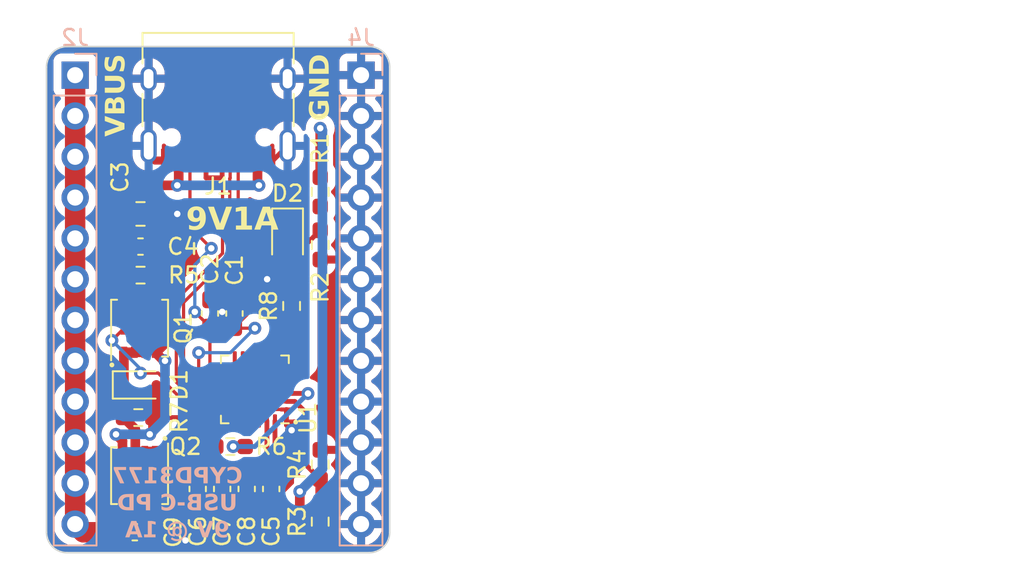
<source format=kicad_pcb>
(kicad_pcb (version 20221018) (generator pcbnew)
  (title_block (title "CYPD3177-LQXQ Evaluation Board") (date "2023-09-22") (rev "v1.7") (company "Hugo Hu"))
  (layers (0 "F.Cu" signal) (31 "B.Cu" signal) (34 "B.Paste" user) (35 "F.Paste" user) (36 "B.SilkS" user "B.Silkscreen") (37 "F.SilkS" user "F.Silkscreen") (38 "B.Mask" user) (39 "F.Mask" user) (44 "Edge.Cuts" user))
  (net 0 "")
  (net 1 "/CC1")
  (net 2 "GND")
  (net 3 "/CC2")
  (net 4 "/VBUSIN")
  (net 5 "Net-(D1-A)")
  (net 6 "Net-(U1-VCCD)")
  (net 7 "+3V3")
  (net 8 "/VBUSOUT")
  (net 9 "Net-(D1-K)")
  (net 10 "Net-(D2-A)")
  (net 13 "Net-(U1-VBUS_FET_EN)")
  (net 14 "Net-(U1-FAULT)")
  (net 24 "/D+")
  (net 25 "/D-")
  (net 26 "Net-(U1-ISNK_COARSE)")
  (net 27 "Net-(U1-VBUS_MAX)")
  (footprint "Resistor_SMD:R_0603_1608Metric_Pad0.98x0.95mm_HandSolder" (layer "F.Cu") (at 135.86 102.7735 90)
    (fp_text reference "R4" (at 0 -1.43 90) (layer "F.SilkS"))
    (fp_text value "1K")
    (fp_line (start -0.254724 -0.5225) (end 0.254724 -0.5225) (stroke (width 0.12)) (layer "F.SilkS"))
    (fp_line (start -0.254724 0.5225) (end 0.254724 0.5225) (stroke (width 0.12)) (layer "F.SilkS"))
    (pad "1" smd roundrect (at -0.9125 0 90) (size 0.975 0.95) (layers "F.Cu" "F.Paste" "F.Mask") (net 27 "Net-(U1-VBUS_MAX)"))
    (pad "2" smd roundrect (at 0.9125 0 90) (size 0.975 0.95) (layers "F.Cu" "F.Paste" "F.Mask") (net 2 "GND"))
  )
  (footprint "Resistor_SMD:R_0603_1608Metric_Pad0.98x0.95mm_HandSolder" (layer "F.Cu") (at 124.5475 99.852)
    (fp_text reference "R7" (at 2.54 0 90) (layer "F.SilkS"))
    (fp_text value "47K")
    (fp_line (start -0.254724 -0.5225) (end 0.254724 -0.5225) (stroke (width 0.12)) (layer "F.SilkS"))
    (fp_line (start -0.254724 0.5225) (end 0.254724 0.5225) (stroke (width 0.12)) (layer "F.SilkS"))
    (pad "1" smd roundrect (at -0.9125 0) (size 0.975 0.95) (layers "F.Cu" "F.Paste" "F.Mask") (net 9 "Net-(D1-K)"))
    (pad "2" smd roundrect (at 0.9125 0) (size 0.975 0.95) (layers "F.Cu" "F.Paste" "F.Mask") (net 5 "Net-(D1-A)"))
  )
  (footprint "Connector_USB:USB_C_Receptacle_HRO_TYPE-C-31-M-12" (layer "F.Cu") (at 129.51 79.81 180)
    (fp_text reference "J1" (at 0 -5.645) (layer "F.SilkS"))
    (fp_text value "USB-C Power")
    (fp_line (start -4.7 -1.9) (end -4.7 0.1) (stroke (width 0.12)) (layer "F.SilkS"))
    (fp_line (start -4.7 2) (end -4.7 3.9) (stroke (width 0.12)) (layer "F.SilkS"))
    (fp_line (start -4.7 3.9) (end 4.7 3.9) (stroke (width 0.12)) (layer "F.SilkS"))
    (fp_line (start 4.7 -1.9) (end 4.7 0.1) (stroke (width 0.12)) (layer "F.SilkS"))
    (fp_line (start 4.7 2) (end 4.7 3.9) (stroke (width 0.12)) (layer "F.SilkS"))
    (pad "" np_thru_hole circle (at -2.89 -2.6 180) (size 0.65 0.65) (drill 0.65) (layers "*.Cu" "*.Mask"))
    (pad "" np_thru_hole circle (at 2.89 -2.6 180) (size 0.65 0.65) (drill 0.65) (layers "*.Cu" "*.Mask"))
    (pad "A1" smd rect (at -3.25 -4.045 180) (size 0.6 1.45) (layers "F.Cu" "F.Paste" "F.Mask") (net 2 "GND"))
    (pad "A4" smd rect (at -2.45 -4.045 180) (size 0.6 1.45) (layers "F.Cu" "F.Paste" "F.Mask") (net 4 "/VBUSIN"))
    (pad "A5" smd rect (at -1.25 -4.045 180) (size 0.3 1.45) (layers "F.Cu" "F.Paste" "F.Mask") (net 1 "/CC1"))
    (pad "A6" smd rect (at -0.25 -4.045 180) (size 0.3 1.45) (layers "F.Cu" "F.Paste" "F.Mask") (net 24 "/D+"))
    (pad "A7" smd rect (at 0.25 -4.045 180) (size 0.3 1.45) (layers "F.Cu" "F.Paste" "F.Mask") (net 25 "/D-"))
    (pad "A8" smd rect (at 1.25 -4.045 180) (size 0.3 1.45) (layers "F.Cu" "F.Paste" "F.Mask"))
    (pad "A9" smd rect (at 2.45 -4.045 180) (size 0.6 1.45) (layers "F.Cu" "F.Paste" "F.Mask") (net 4 "/VBUSIN"))
    (pad "A12" smd rect (at 3.25 -4.045 180) (size 0.6 1.45) (layers "F.Cu" "F.Paste" "F.Mask") (net 2 "GND"))
    (pad "B1" smd rect (at 3.25 -4.045 180) (size 0.6 1.45) (layers "F.Cu" "F.Paste" "F.Mask") (net 2 "GND"))
    (pad "B4" smd rect (at 2.45 -4.045 180) (size 0.6 1.45) (layers "F.Cu" "F.Paste" "F.Mask") (net 4 "/VBUSIN"))
    (pad "B5" smd rect (at 1.75 -4.045 180) (size 0.3 1.45) (layers "F.Cu" "F.Paste" "F.Mask") (net 3 "/CC2"))
    (pad "B6" smd rect (at 0.75 -4.045 180) (size 0.3 1.45) (layers "F.Cu" "F.Paste" "F.Mask") (net 24 "/D+"))
    (pad "B7" smd rect (at -0.75 -4.045 180) (size 0.3 1.45) (layers "F.Cu" "F.Paste" "F.Mask") (net 25 "/D-"))
    (pad "B8" smd rect (at -1.75 -4.045 180) (size 0.3 1.45) (layers "F.Cu" "F.Paste" "F.Mask"))
    (pad "B9" smd rect (at -2.45 -4.045 180) (size 0.6 1.45) (layers "F.Cu" "F.Paste" "F.Mask") (net 4 "/VBUSIN"))
    (pad "B12" smd rect (at -3.25 -4.045 180) (size 0.6 1.45) (layers "F.Cu" "F.Paste" "F.Mask") (net 2 "GND"))
    (pad "S1" thru_hole oval (at -4.32 -3.13 180) (size 1 2.1) (drill oval 0.6 1.7) (layers "*.Cu" "*.Mask") (net 2 "GND"))
    (pad "S1" thru_hole oval (at -4.32 1.05 180) (size 1 1.6) (drill oval 0.6 1.2) (layers "*.Cu" "*.Mask") (net 2 "GND"))
    (pad "S1" thru_hole oval (at 4.32 -3.13 180) (size 1 2.1) (drill oval 0.6 1.7) (layers "*.Cu" "*.Mask") (net 2 "GND"))
    (pad "S1" thru_hole oval (at 4.32 1.05 180) (size 1 1.6) (drill oval 0.6 1.2) (layers "*.Cu" "*.Mask") (net 2 "GND"))
  )
  (footprint "Capacitor_SMD:C_0603_1608Metric_Pad1.08x0.95mm_HandSolder" (layer "F.Cu") (at 129.764 104.2945 -90)
    (fp_text reference "C7" (at 2.6405 0 90) (layer "F.SilkS"))
    (fp_text value "0.1uF")
    (fp_line (start -0.146267 -0.51) (end 0.146267 -0.51) (stroke (width 0.12)) (layer "F.SilkS"))
    (fp_line (start -0.146267 0.51) (end 0.146267 0.51) (stroke (width 0.12)) (layer "F.SilkS"))
    (pad "1" smd roundrect (at -0.8625 0 270) (size 1.075 0.95) (layers "F.Cu" "F.Paste" "F.Mask") (net 7 "+3V3"))
    (pad "2" smd roundrect (at 0.8625 0 270) (size 1.075 0.95) (layers "F.Cu" "F.Paste" "F.Mask") (net 2 "GND"))
  )
  (footprint "Capacitor_SMD:C_0603_1608Metric_Pad1.08x0.95mm_HandSolder" (layer "F.Cu") (at 124.3295 106.988)
    (fp_text reference "C9" (at 2.3865 0 90) (layer "F.SilkS"))
    (fp_text value "1uF")
    (fp_line (start -0.146267 -0.51) (end 0.146267 -0.51) (stroke (width 0.12)) (layer "F.SilkS"))
    (fp_line (start -0.146267 0.51) (end 0.146267 0.51) (stroke (width 0.12)) (layer "F.SilkS"))
    (pad "1" smd roundrect (at -0.8625 0) (size 1.075 0.95) (layers "F.Cu" "F.Paste" "F.Mask") (net 8 "/VBUSOUT"))
    (pad "2" smd roundrect (at 0.8625 0) (size 1.075 0.95) (layers "F.Cu" "F.Paste" "F.Mask") (net 2 "GND"))
  )
  (footprint "Resistor_SMD:R_0603_1608Metric_Pad0.98x0.95mm_HandSolder" (layer "F.Cu") (at 135.86 106.3295 90)
    (fp_text reference "R3" (at 0 -1.43 90) (layer "F.SilkS"))
    (fp_text value "5.1K")
    (fp_line (start -0.254724 -0.5225) (end 0.254724 -0.5225) (stroke (width 0.12)) (layer "F.SilkS"))
    (fp_line (start -0.254724 0.5225) (end 0.254724 0.5225) (stroke (width 0.12)) (layer "F.SilkS"))
    (pad "1" smd roundrect (at -0.9125 0 90) (size 0.975 0.95) (layers "F.Cu" "F.Paste" "F.Mask") (net 7 "+3V3"))
    (pad "2" smd roundrect (at 0.9125 0 90) (size 0.975 0.95) (layers "F.Cu" "F.Paste" "F.Mask") (net 27 "Net-(U1-VBUS_MAX)"))
  )
  (footprint "Capacitor_SMD:C_0603_1608Metric_Pad1.08x0.95mm_HandSolder" (layer "F.Cu") (at 128.24 104.2945 -90)
    (fp_text reference "C6" (at 2.6405 0 90) (layer "F.SilkS"))
    (fp_text value "1uF")
    (fp_line (start -0.146267 -0.51) (end 0.146267 -0.51) (stroke (width 0.12)) (layer "F.SilkS"))
    (fp_line (start -0.146267 0.51) (end 0.146267 0.51) (stroke (width 0.12)) (layer "F.SilkS"))
    (pad "1" smd roundrect (at -0.8625 0 270) (size 1.075 0.95) (layers "F.Cu" "F.Paste" "F.Mask") (net 7 "+3V3"))
    (pad "2" smd roundrect (at 0.8625 0 270) (size 1.075 0.95) (layers "F.Cu" "F.Paste" "F.Mask") (net 2 "GND"))
  )
  (footprint "Package_SON:Diodes_PowerDI3333-8" (layer "F.Cu") (at 124.627 103.464 -90)
    (fp_text reference "Q2" (at -1.81 -2.851) (layer "F.SilkS"))
    (fp_text value "DMP3013SFV")
    (fp_line (start -1.77 1.77) (end -1.77 1.4) (stroke (width 0.12)) (layer "F.SilkS"))
    (fp_line (start -1.77 1.77) (end 1.77 1.77) (stroke (width 0.12)) (layer "F.SilkS"))
    (fp_line (start 1.77 -1.77) (end -2 -1.77) (stroke (width 0.12)) (layer "F.SilkS"))
    (fp_line (start 1.77 -1.77) (end 1.77 -1.4) (stroke (width 0.12)) (layer "F.SilkS"))
    (fp_line (start 1.77 1.77) (end 1.77 1.4) (stroke (width 0.12)) (layer "F.SilkS"))
    (pad "1" smd rect (at -1.5 -0.975 270) (size 0.7 0.42) (layers "F.Cu" "F.Paste" "F.Mask") (net 9 "Net-(D1-K)"))
    (pad "2" smd rect (at -1.5 -0.325 270) (size 0.7 0.42) (layers "F.Cu" "F.Paste" "F.Mask") (net 9 "Net-(D1-K)"))
    (pad "3" smd rect (at -1.5 0.325 270) (size 0.7 0.42) (layers "F.Cu" "F.Paste" "F.Mask") (net 9 "Net-(D1-K)"))
    (pad "4" smd rect (at -1.5 0.975 270) (size 0.7 0.42) (layers "F.Cu" "F.Paste" "F.Mask") (net 5 "Net-(D1-A)"))
    (pad "5" smd custom (at 0.455 0 270) (size 1.71 2.37) (layers "F.Cu" "F.Mask") (net 8 "/VBUSOUT") (options (clearance outline) (anchor rect)) (primitives (gr_poly (pts (xy 1.395 1.185) (xy 0.855 1.185) (xy 0.855 0.765) (xy 1.395 0.765)) (width 0) (fill yes)) (gr_poly (pts (xy 1.395 0.535) (xy 0.855 0.535) (xy 0.855 0.115) (xy 1.395 0.115)) (width 0) (fill yes)) (gr_poly (pts (xy 1.395 -0.115) (xy 0.855 -0.115) (xy 0.855 -0.535) (xy 1.395 -0.535)) (width 0) (fill yes)) (gr_poly (pts (xy 1.395 -0.765) (xy 0.855 -0.765) (xy 0.855 -1.185) (xy 1.395 -1.185)) (width 0) (fill yes))))
  )
  (footprint "Package_DFN_QFN:QFN-24-1EP_4x4mm_P0.5mm_EP2.7x2.7mm" (layer "F.Cu") (at 131.796 98.098 180)
    (fp_text reference "U1" (at -3.302 -1.778 270) (layer "F.SilkS"))
    (fp_text value "CYPD3177")
    (fp_line (start -2.11 2.11) (end -2.11 1.635) (stroke (width 0.12)) (layer "F.SilkS"))
    (fp_line (start -1.635 -2.11) (end -2.11 -2.11) (stroke (width 0.12)) (layer "F.SilkS"))
    (fp_line (start -1.635 2.11) (end -2.11 2.11) (stroke (width 0.12)) (layer "F.SilkS"))
    (fp_line (start 1.635 -2.11) (end 2.11 -2.11) (stroke (width 0.12)) (layer "F.SilkS"))
    (fp_line (start 1.635 2.11) (end 2.11 2.11) (stroke (width 0.12)) (layer "F.SilkS"))
    (fp_line (start 2.11 -2.11) (end 2.11 -1.635) (stroke (width 0.12)) (layer "F.SilkS"))
    (fp_line (start 2.11 2.11) (end 2.11 1.635) (stroke (width 0.12)) (layer "F.SilkS"))
    (pad "1" smd roundrect (at -1.9625 -1.25 180) (size 0.825 0.25) (layers "F.Cu" "F.Paste" "F.Mask") (net 2 "GND"))
    (pad "2" smd roundrect (at -1.9625 -0.75 180) (size 0.825 0.25) (layers "F.Cu" "F.Paste" "F.Mask") (net 27 "Net-(U1-VBUS_MAX)"))
    (pad "3" smd roundrect (at -1.9625 -0.25 180) (size 0.825 0.25) (layers "F.Cu" "F.Paste" "F.Mask") (net 13 "Net-(U1-VBUS_FET_EN)"))
    (pad "4" smd roundrect (at -1.9625 0.25 180) (size 0.825 0.25) (layers "F.Cu" "F.Paste" "F.Mask"))
    (pad "5" smd roundrect (at -1.9625 0.75 180) (size 0.825 0.25) (layers "F.Cu" "F.Paste" "F.Mask") (net 26 "Net-(U1-ISNK_COARSE)"))
    (pad "6" smd roundrect (at -1.9625 1.25 180) (size 0.825 0.25) (layers "F.Cu" "F.Paste" "F.Mask") (net 2 "GND"))
    (pad "7" smd roundrect (at -1.25 1.9625 180) (size 0.25 0.825) (layers "F.Cu" "F.Paste" "F.Mask"))
    (pad "8" smd roundrect (at -0.75 1.9625 180) (size 0.25 0.825) (layers "F.Cu" "F.Paste" "F.Mask"))
    (pad "9" smd roundrect (at -0.25 1.9625 180) (size 0.25 0.825) (layers "F.Cu" "F.Paste" "F.Mask") (net 14 "Net-(U1-FAULT)"))
    (pad "10" smd roundrect (at 0.25 1.9625 180) (size 0.25 0.825) (layers "F.Cu" "F.Paste" "F.Mask"))
    (pad "11" smd roundrect (at 0.75 1.9625 180) (size 0.25 0.825) (layers "F.Cu" "F.Paste" "F.Mask"))
    (pad "12" smd roundrect (at 1.25 1.9625 180) (size 0.25 0.825) (layers "F.Cu" "F.Paste" "F.Mask"))
    (pad "13" smd roundrect (at 1.9625 1.25 180) (size 0.825 0.25) (layers "F.Cu" "F.Paste" "F.Mask"))
    (pad "14" smd roundrect (at 1.9625 0.75 180) (size 0.825 0.25) (layers "F.Cu" "F.Paste" "F.Mask") (net 3 "/CC2"))
    (pad "15" smd roundrect (at 1.9625 0.25 180) (size 0.825 0.25) (layers "F.Cu" "F.Paste" "F.Mask") (net 1 "/CC1"))
    (pad "16" smd roundrect (at 1.9625 -0.25 180) (size 0.825 0.25) (layers "F.Cu" "F.Paste" "F.Mask") (net 25 "/D-"))
    (pad "17" smd roundrect (at 1.9625 -0.75 180) (size 0.825 0.25) (layers "F.Cu" "F.Paste" "F.Mask") (net 24 "/D+"))
    (pad "18" smd roundrect (at 1.9625 -1.25 180) (size 0.825 0.25) (layers "F.Cu" "F.Paste" "F.Mask") (net 4 "/VBUSIN"))
    (pad "19" smd roundrect (at 1.25 -1.9625 180) (size 0.25 0.825) (layers "F.Cu" "F.Paste" "F.Mask") (net 2 "GND"))
    (pad "20" smd roundrect (at 0.75 -1.9625 180) (size 0.25 0.825) (layers "F.Cu" "F.Paste" "F.Mask"))
    (pad "21" smd roundrect (at 0.25 -1.9625 180) (size 0.25 0.825) (layers "F.Cu" "F.Paste" "F.Mask"))
    (pad "22" smd roundrect (at -0.25 -1.9625 180) (size 0.25 0.825) (layers "F.Cu" "F.Paste" "F.Mask") (net 2 "GND"))
    (pad "23" smd roundrect (at -0.75 -1.9625 180) (size 0.25 0.825) (layers "F.Cu" "F.Paste" "F.Mask") (net 7 "+3V3"))
    (pad "24" smd roundrect (at -1.25 -1.9625 180) (size 0.25 0.825) (layers "F.Cu" "F.Paste" "F.Mask") (net 6 "Net-(U1-VCCD)"))
    (pad "25" smd rect (at 0 0 180) (size 2.7 2.7) (layers "F.Cu" "F.Mask") (net 2 "GND"))
  )
  (footprint "Capacitor_SMD:C_0603_1608Metric_Pad1.08x0.95mm_HandSolder" (layer "F.Cu") (at 132.812 104.2945 -90)
    (fp_text reference "C5" (at 2.6405 0 90) (layer "F.SilkS"))
    (fp_text value "1uF")
    (fp_line (start -0.146267 -0.51) (end 0.146267 -0.51) (stroke (width 0.12)) (layer "F.SilkS"))
    (fp_line (start -0.146267 0.51) (end 0.146267 0.51) (stroke (width 0.12)) (layer "F.SilkS"))
    (pad "1" smd roundrect (at -0.8625 0 270) (size 1.075 0.95) (layers "F.Cu" "F.Paste" "F.Mask") (net 6 "Net-(U1-VCCD)"))
    (pad "2" smd roundrect (at 0.8625 0 270) (size 1.075 0.95) (layers "F.Cu" "F.Paste" "F.Mask") (net 2 "GND"))
  )
  (footprint "Diode_SMD:D_SOD-323F" (layer "F.Cu") (at 124.571 97.82)
    (fp_text reference "D1" (at 2.5165 0 90) (layer "F.SilkS"))
    (fp_text value "15V")
    (fp_line (start -1.61 -0.85) (end -1.61 0.85) (stroke (width 0.12)) (layer "F.SilkS"))
    (fp_line (start -1.61 -0.85) (end 1.05 -0.85) (stroke (width 0.12)) (layer "F.SilkS"))
    (fp_line (start -1.61 0.85) (end 1.05 0.85) (stroke (width 0.12)) (layer "F.SilkS"))
    (pad "1" smd roundrect (at -1.1 0) (size 0.5 0.5) (layers "F.Cu" "F.Paste" "F.Mask") (net 9 "Net-(D1-K)"))
    (pad "2" smd roundrect (at 1.1 0) (size 0.5 0.5) (layers "F.Cu" "F.Paste" "F.Mask") (net 5 "Net-(D1-A)"))
  )
  (footprint "Resistor_SMD:R_0603_1608Metric_Pad0.98x0.95mm_HandSolder" (layer "F.Cu") (at 130.272 101.654)
    (fp_text reference "R6" (at 2.54 0) (layer "F.SilkS"))
    (fp_text value "1K")
    (fp_line (start -0.254724 -0.5225) (end 0.254724 -0.5225) (stroke (width 0.12)) (layer "F.SilkS"))
    (fp_line (start -0.254724 0.5225) (end 0.254724 0.5225) (stroke (width 0.12)) (layer "F.SilkS"))
    (pad "1" smd roundrect (at -0.9125 0) (size 0.975 0.95) (layers "F.Cu" "F.Paste" "F.Mask") (net 5 "Net-(D1-A)"))
    (pad "2" smd roundrect (at 0.9125 0) (size 0.975 0.95) (layers "F.Cu" "F.Paste" "F.Mask") (net 13 "Net-(U1-VBUS_FET_EN)"))
  )
  (footprint "Resistor_SMD:R_0603_1608Metric_Pad0.98x0.95mm_HandSolder" (layer "F.Cu") (at 135.86 89.1045 -90)
    (fp_text reference "R2" (at 2.6435 0 90) (layer "F.SilkS"))
    (fp_text value "1K")
    (fp_line (start -0.254724 -0.5225) (end 0.254724 -0.5225) (stroke (width 0.12)) (layer "F.SilkS"))
    (fp_line (start -0.254724 0.5225) (end 0.254724 0.5225) (stroke (width 0.12)) (layer "F.SilkS"))
    (pad "1" smd roundrect (at -0.9125 0 270) (size 0.975 0.95) (layers "F.Cu" "F.Paste" "F.Mask") (net 26 "Net-(U1-ISNK_COARSE)"))
    (pad "2" smd roundrect (at 0.9125 0 270) (size 0.975 0.95) (layers "F.Cu" "F.Paste" "F.Mask") (net 2 "GND"))
  )
  (footprint "Capacitor_SMD:C_0603_1608Metric_Pad1.08x0.95mm_HandSolder" (layer "F.Cu") (at 130.526 93.3725 90)
    (fp_text reference "C1" (at 2.6935 0 90) (layer "F.SilkS"))
    (fp_text value "390pF")
    (fp_line (start -0.146267 -0.51) (end 0.146267 -0.51) (stroke (width 0.12)) (layer "F.SilkS"))
    (fp_line (start -0.146267 0.51) (end 0.146267 0.51) (stroke (width 0.12)) (layer "F.SilkS"))
    (pad "1" smd roundrect (at -0.8625 0 90) (size 1.075 0.95) (layers "F.Cu" "F.Paste" "F.Mask") (net 1 "/CC1"))
    (pad "2" smd roundrect (at 0.8625 0 90) (size 1.075 0.95) (layers "F.Cu" "F.Paste" "F.Mask") (net 2 "GND"))
  )
  (footprint "LED_SMD:LED_0805_2012Metric_Pad1.15x1.40mm_HandSolder" (layer "F.Cu") (at 133.828 88.7 -90)
    (fp_text reference "D2" (at -2.803 0 -180) (layer "F.SilkS"))
    (fp_text value "LED_Small")
    (fp_line (start -1.86 -0.96) (end -1.86 0.96) (stroke (width 0.12)) (layer "F.SilkS"))
    (fp_line (start -1.86 0.96) (end 1 0.96) (stroke (width 0.12)) (layer "F.SilkS"))
    (fp_line (start 1 -0.96) (end -1.86 -0.96) (stroke (width 0.12)) (layer "F.SilkS"))
    (pad "1" smd roundrect (at -1.025 0 270) (size 1.15 1.4) (layers "F.Cu" "F.Paste" "F.Mask") (roundrect_rratio 0.2173913043) (net 2 "GND"))
    (pad "2" smd roundrect (at 1.025 0 270) (size 1.15 1.4) (layers "F.Cu" "F.Paste" "F.Mask") (roundrect_rratio 0.2173913043) (net 10 "Net-(D2-A)"))
  )
  (footprint "Resistor_SMD:R_0603_1608Metric_Pad0.98x0.95mm_HandSolder" (layer "F.Cu") (at 134.082 92.9055 90)
    (fp_text reference "R8" (at 0 -1.43 90) (layer "F.SilkS"))
    (fp_text value "2K4")
    (fp_line (start -0.254724 -0.5225) (end 0.254724 -0.5225) (stroke (width 0.12)) (layer "F.SilkS"))
    (fp_line (start -0.254724 0.5225) (end 0.254724 0.5225) (stroke (width 0.12)) (layer "F.SilkS"))
    (pad "1" smd roundrect (at -0.9125 0 90) (size 0.975 0.95) (layers "F.Cu" "F.Paste" "F.Mask") (net 14 "Net-(U1-FAULT)"))
    (pad "2" smd roundrect (at 0.9125 0 90) (size 0.975 0.95) (layers "F.Cu" "F.Paste" "F.Mask") (net 10 "Net-(D2-A)"))
  )
  (footprint "Resistor_SMD:R_0603_1608Metric_Pad0.98x0.95mm_HandSolder" (layer "F.Cu") (at 124.687 90.986)
    (fp_text reference "R5" (at 2.6905 0) (layer "F.SilkS"))
    (fp_text value "10K")
    (fp_line (start -0.254724 -0.5225) (end 0.254724 -0.5225) (stroke (width 0.12)) (layer "F.SilkS"))
    (fp_line (start -0.254724 0.5225) (end 0.254724 0.5225) (stroke (width 0.12)) (layer "F.SilkS"))
    (pad "1" smd roundrect (at -0.9125 0) (size 0.975 0.95) (layers "F.Cu" "F.Paste" "F.Mask") (net 4 "/VBUSIN"))
    (pad "2" smd roundrect (at 0.9125 0) (size 0.975 0.95) (layers "F.Cu" "F.Paste" "F.Mask") (net 5 "Net-(D1-A)"))
  )
  (footprint "Capacitor_SMD:C_0603_1608Metric_Pad1.08x0.95mm_HandSolder" (layer "F.Cu") (at 131.288 104.2945 -90)
    (fp_text reference "C8" (at 2.6405 0 90) (layer "F.SilkS"))
    (fp_text value "0.1uF")
    (fp_line (start -0.146267 -0.51) (end 0.146267 -0.51) (stroke (width 0.12)) (layer "F.SilkS"))
    (fp_line (start -0.146267 0.51) (end 0.146267 0.51) (stroke (width 0.12)) (layer "F.SilkS"))
    (pad "1" smd roundrect (at -0.8625 0 270) (size 1.075 0.95) (layers "F.Cu" "F.Paste" "F.Mask") (net 7 "+3V3"))
    (pad "2" smd roundrect (at 0.8625 0 270) (size 1.075 0.95) (layers "F.Cu" "F.Paste" "F.Mask") (net 2 "GND"))
  )
  (footprint "Capacitor_SMD:C_0805_2012Metric_Pad1.18x1.45mm_HandSolder" (layer "F.Cu") (at 124.684 87.176)
    (fp_text reference "C3" (at -1.27 -2.286 90) (layer "F.SilkS"))
    (fp_text value "3.3uF")
    (fp_line (start -0.261252 -0.735) (end 0.261252 -0.735) (stroke (width 0.12)) (layer "F.SilkS"))
    (fp_line (start -0.261252 0.735) (end 0.261252 0.735) (stroke (width 0.12)) (layer "F.SilkS"))
    (pad "1" smd roundrect (at -1.0375 0) (size 1.175 1.45) (layers "F.Cu" "F.Paste" "F.Mask") (roundrect_rratio 0.2127659574) (net 4 "/VBUSIN"))
    (pad "2" smd roundrect (at 1.0375 0) (size 1.175 1.45) (layers "F.Cu" "F.Paste" "F.Mask") (roundrect_rratio 0.2127659574) (net 2 "GND"))
  )
  (footprint "Resistor_SMD:R_0603_1608Metric_Pad0.98x0.95mm_HandSolder" (layer "F.Cu") (at 135.86 85.8025 -90)
    (fp_text reference "R1" (at -2.6905 0 90) (layer "F.SilkS"))
    (fp_text value "5.1K")
    (fp_line (start -0.254724 -0.5225) (end 0.254724 -0.5225) (stroke (width 0.12)) (layer "F.SilkS"))
    (fp_line (start -0.254724 0.5225) (end 0.254724 0.5225) (stroke (width 0.12)) (layer "F.SilkS"))
    (pad "1" smd roundrect (at -0.9125 0 270) (size 0.975 0.95) (layers "F.Cu" "F.Paste" "F.Mask") (net 7 "+3V3"))
    (pad "2" smd roundrect (at 0.9125 0 270) (size 0.975 0.95) (layers "F.Cu" "F.Paste" "F.Mask") (net 26 "Net-(U1-ISNK_COARSE)"))
  )
  (footprint "Capacitor_SMD:C_0603_1608Metric_Pad1.08x0.95mm_HandSolder" (layer "F.Cu") (at 129.002 93.3725 90)
    (fp_text reference "C2" (at 2.764 0 90) (layer "F.SilkS"))
    (fp_text value "390pF")
    (fp_line (start -0.146267 -0.51) (end 0.146267 -0.51) (stroke (width 0.12)) (layer "F.SilkS"))
    (fp_line (start -0.146267 0.51) (end 0.146267 0.51) (stroke (width 0.12)) (layer "F.SilkS"))
    (pad "1" smd roundrect (at -0.8625 0 90) (size 1.075 0.95) (layers "F.Cu" "F.Paste" "F.Mask") (net 3 "/CC2"))
    (pad "2" smd roundrect (at 0.8625 0 90) (size 1.075 0.95) (layers "F.Cu" "F.Paste" "F.Mask") (net 2 "GND"))
  )
  (footprint "Package_SON:Diodes_PowerDI3333-8" (layer "F.Cu") (at 124.627 94.288 90)
    (fp_text reference "Q1" (at 0 2.7145 90) (layer "F.SilkS"))
    (fp_text value "DMP3013SFV")
    (fp_line (start -1.77 1.77) (end -1.77 1.4) (stroke (width 0.12)) (layer "F.SilkS"))
    (fp_line (start -1.77 1.77) (end 1.77 1.77) (stroke (width 0.12)) (layer "F.SilkS"))
    (fp_line (start 1.77 -1.77) (end -2 -1.77) (stroke (width 0.12)) (layer "F.SilkS"))
    (fp_line (start 1.77 -1.77) (end 1.77 -1.4) (stroke (width 0.12)) (layer "F.SilkS"))
    (fp_line (start 1.77 1.77) (end 1.77 1.4) (stroke (width 0.12)) (layer "F.SilkS"))
    (pad "1" smd rect (at -1.5 -0.975 90) (size 0.7 0.42) (layers "F.Cu" "F.Paste" "F.Mask") (net 9 "Net-(D1-K)"))
    (pad "2" smd rect (at -1.5 -0.325 90) (size 0.7 0.42) (layers "F.Cu" "F.Paste" "F.Mask") (net 9 "Net-(D1-K)"))
    (pad "3" smd rect (at -1.5 0.325 90) (size 0.7 0.42) (layers "F.Cu" "F.Paste" "F.Mask") (net 9 "Net-(D1-K)"))
    (pad "4" smd rect (at -1.5 0.975 90) (size 0.7 0.42) (layers "F.Cu" "F.Paste" "F.Mask") (net 5 "Net-(D1-A)"))
    (pad "5" smd custom (at 0.455 0 90) (size 1.71 2.37) (layers "F.Cu" "F.Mask") (net 4 "/VBUSIN") (options (clearance outline) (anchor rect)) (primitives (gr_poly (pts (xy 1.395 1.185) (xy 0.855 1.185) (xy 0.855 0.765) (xy 1.395 0.765)) (width 0) (fill yes)) (gr_poly (pts (xy 1.395 0.535) (xy 0.855 0.535) (xy 0.855 0.115) (xy 1.395 0.115)) (width 0) (fill yes)) (gr_poly (pts (xy 1.395 -0.115) (xy 0.855 -0.115) (xy 0.855 -0.535) (xy 1.395 -0.535)) (width 0) (fill yes)) (gr_poly (pts (xy 1.395 -0.765) (xy 0.855 -0.765) (xy 0.855 -1.185) (xy 1.395 -1.185)) (width 0) (fill yes))))
  )
  (footprint "Capacitor_SMD:C_0603_1608Metric_Pad1.08x0.95mm_HandSolder" (layer "F.Cu") (at 124.684 89.208)
    (fp_text reference "C4" (at 2.6405 0) (layer "F.SilkS"))
    (fp_text value "1uF")
    (fp_line (start -0.146267 -0.51) (end 0.146267 -0.51) (stroke (width 0.12)) (layer "F.SilkS"))
    (fp_line (start -0.146267 0.51) (end 0.146267 0.51) (stroke (width 0.12)) (layer "F.SilkS"))
    (pad "1" smd roundrect (at -0.8625 0) (size 1.075 0.95) (layers "F.Cu" "F.Paste" "F.Mask") (net 4 "/VBUSIN"))
    (pad "2" smd roundrect (at 0.8625 0) (size 1.075 0.95) (layers "F.Cu" "F.Paste" "F.Mask") (net 5 "Net-(D1-A)"))
  )
  (footprint "Connector_PinHeader_2.54mm:PinHeader_1x12_P2.54mm_Vertical" (layer "B.Cu") (at 138.4 78.54 180)
    (fp_text reference "J4" (at 0 2.33) (layer "B.SilkS") (effects (justify mirror)))
    (fp_text value "Conn_01x12")
    (fp_line (start -1.33 -29.27) (end 1.33 -29.27) (stroke (width 0.12)) (layer "B.SilkS"))
    (fp_line (start -1.33 -1.27) (end -1.33 -29.27) (stroke (width 0.12)) (layer "B.SilkS"))
    (fp_line (start -1.33 -1.27) (end 1.33 -1.27) (stroke (width 0.12)) (layer "B.SilkS"))
    (fp_line (start -1.33 0) (end -1.33 1.33) (stroke (width 0.12)) (layer "B.SilkS"))
    (fp_line (start -1.33 1.33) (end 0 1.33) (stroke (width 0.12)) (layer "B.SilkS"))
    (fp_line (start 1.33 -1.27) (end 1.33 -29.27) (stroke (width 0.12)) (layer "B.SilkS"))
    (pad "1" thru_hole rect (at 0 0 180) (size 1.7 1.7) (drill 1) (layers "*.Cu" "*.Mask") (net 2 "GND"))
    (pad "2" thru_hole oval (at 0 -2.54 180) (size 1.7 1.7) (drill 1) (layers "*.Cu" "*.Mask") (net 2 "GND"))
    (pad "3" thru_hole oval (at 0 -5.08 180) (size 1.7 1.7) (drill 1) (layers "*.Cu" "*.Mask") (net 2 "GND"))
    (pad "4" thru_hole oval (at 0 -7.62 180) (size 1.7 1.7) (drill 1) (layers "*.Cu" "*.Mask") (net 2 "GND"))
    (pad "5" thru_hole oval (at 0 -10.16 180) (size 1.7 1.7) (drill 1) (layers "*.Cu" "*.Mask") (net 2 "GND"))
    (pad "6" thru_hole oval (at 0 -12.7 180) (size 1.7 1.7) (drill 1) (layers "*.Cu" "*.Mask") (net 2 "GND"))
    (pad "7" thru_hole oval (at 0 -15.24 180) (size 1.7 1.7) (drill 1) (layers "*.Cu" "*.Mask") (net 2 "GND"))
    (pad "8" thru_hole oval (at 0 -17.78 180) (size 1.7 1.7) (drill 1) (layers "*.Cu" "*.Mask") (net 2 "GND"))
    (pad "9" thru_hole oval (at 0 -20.32 180) (size 1.7 1.7) (drill 1) (layers "*.Cu" "*.Mask") (net 2 "GND"))
    (pad "10" thru_hole oval (at 0 -22.86 180) (size 1.7 1.7) (drill 1) (layers "*.Cu" "*.Mask") (net 2 "GND"))
    (pad "11" thru_hole oval (at 0 -25.4 180) (size 1.7 1.7) (drill 1) (layers "*.Cu" "*.Mask") (net 2 "GND"))
    (pad "12" thru_hole oval (at 0 -27.94 180) (size 1.7 1.7) (drill 1) (layers "*.Cu" "*.Mask") (net 2 "GND"))
  )
  (footprint "Connector_PinHeader_2.54mm:PinHeader_1x12_P2.54mm_Vertical" (layer "B.Cu") (at 120.62 78.54 180)
    (fp_text reference "J2" (at 0 2.33) (layer "B.SilkS") (effects (justify mirror)))
    (fp_text value "Conn_01x12")
    (fp_line (start -1.33 -29.27) (end 1.33 -29.27) (stroke (width 0.12)) (layer "B.SilkS"))
    (fp_line (start -1.33 -1.27) (end -1.33 -29.27) (stroke (width 0.12)) (layer "B.SilkS"))
    (fp_line (start -1.33 -1.27) (end 1.33 -1.27) (stroke (width 0.12)) (layer "B.SilkS"))
    (fp_line (start -1.33 0) (end -1.33 1.33) (stroke (width 0.12)) (layer "B.SilkS"))
    (fp_line (start -1.33 1.33) (end 0 1.33) (stroke (width 0.12)) (layer "B.SilkS"))
    (fp_line (start 1.33 -1.27) (end 1.33 -29.27) (stroke (width 0.12)) (layer "B.SilkS"))
    (pad "1" thru_hole rect (at 0 0 180) (size 1.7 1.7) (drill 1) (layers "*.Cu" "*.Mask") (net 8 "/VBUSOUT"))
    (pad "2" thru_hole oval (at 0 -2.54 180) (size 1.7 1.7) (drill 1) (layers "*.Cu" "*.Mask") (net 8 "/VBUSOUT"))
    (pad "3" thru_hole oval (at 0 -5.08 180) (size 1.7 1.7) (drill 1) (layers "*.Cu" "*.Mask") (net 8 "/VBUSOUT"))
    (pad "4" thru_hole oval (at 0 -7.62 180) (size 1.7 1.7) (drill 1) (layers "*.Cu" "*.Mask") (net 8 "/VBUSOUT"))
    (pad "5" thru_hole oval (at 0 -10.16 180) (size 1.7 1.7) (drill 1) (layers "*.Cu" "*.Mask") (net 8 "/VBUSOUT"))
    (pad "6" thru_hole oval (at 0 -12.7 180) (size 1.7 1.7) (drill 1) (layers "*.Cu" "*.Mask") (net 8 "/VBUSOUT"))
    (pad "7" thru_hole oval (at 0 -15.24 180) (size 1.7 1.7) (drill 1) (layers "*.Cu" "*.Mask") (net 8 "/VBUSOUT"))
    (pad "8" thru_hole oval (at 0 -17.78 180) (size 1.7 1.7) (drill 1) (layers "*.Cu" "*.Mask") (net 8 "/VBUSOUT"))
    (pad "9" thru_hole oval (at 0 -20.32 180) (size 1.7 1.7) (drill 1) (layers "*.Cu" "*.Mask") (net 8 "/VBUSOUT"))
    (pad "10" thru_hole oval (at 0 -22.86 180) (size 1.7 1.7) (drill 1) (layers "*.Cu" "*.Mask") (net 8 "/VBUSOUT"))
    (pad "11" thru_hole oval (at 0 -25.4 180) (size 1.7 1.7) (drill 1) (layers "*.Cu" "*.Mask") (net 8 "/VBUSOUT"))
    (pad "12" thru_hole oval (at 0 -27.94 180) (size 1.7 1.7) (drill 1) (layers "*.Cu" "*.Mask") (net 8 "/VBUSOUT"))
  )
  (gr_circle (center 126.208 101.146) (end 126.208 101.146) (stroke (width 0.15)) (fill none) (layer "F.SilkS"))
  (gr_circle (center 122.906 96.574) (end 122.906 96.574) (stroke (width 0.15)) (fill none) (layer "F.SilkS"))
  (gr_circle (center 134.336 100.13) (end 134.336 100.13) (stroke (width 0.15)) (fill none) (layer "F.SilkS"))
  (gr_line (start 120.112 108.258) (end 138.908 108.258) (stroke (width 0.1)) (layer "Edge.Cuts"))
  (gr_arc (start 118.842 78.032) (mid 119.213974 77.133974) (end 120.112 76.762) (stroke (width 0.1)) (layer "Edge.Cuts"))
  (gr_line (start 118.842 78.032) (end 118.842 106.988) (stroke (width 0.1)) (layer "Edge.Cuts"))
  (gr_line (start 138.908 76.762) (end 120.112 76.762) (stroke (width 0.1)) (layer "Edge.Cuts"))
  (gr_arc (start 138.908 76.762) (mid 139.806026 77.133974) (end 140.178 78.032) (stroke (width 0.1)) (layer "Edge.Cuts"))
  (gr_line (start 140.178 106.988) (end 140.178 78.032) (stroke (width 0.1)) (layer "Edge.Cuts"))
  (gr_arc (start 120.112 108.258) (mid 119.213974 107.886026) (end 118.842 106.988) (stroke (width 0.1)) (layer "Edge.Cuts"))
  (gr_arc (start 140.178 106.988) (mid 139.806026 107.886026) (end 138.908 108.258) (stroke (width 0.1)) (layer "Edge.Cuts"))
  (gr_text "CYPD3177\nUSB-C PD\n9V @ 1A" (at 126.97 105.21) (layer "B.SilkS") (effects (font (size 1 1) (thickness 0.25) bold) (justify mirror)))
  (gr_text "9V1A" (at 127.508 88.392) (layer "F.SilkS") (effects (font (size 1.4 1.4) (thickness 0.3) bold) (justify left bottom)))
  (gr_text "GND" (at 135.89 77.216 90) (layer "F.SilkS") (effects (font (size 1.2 1.2) (thickness 0.3) bold) (justify right)))
  (gr_text "VBUS\n" (at 123.19 77.216 90) (layer "F.SilkS") (effects (font (size 1.2 1.2) (thickness 0.3) bold) (justify right)))
  (segment (start 131.796 94.288) (end 130.579 94.288) (width 0.2) (layer "F.Cu") (net 1))
  (segment (start 129.8335 97.848) (end 129.342662 97.848) (width 0.2) (layer "F.Cu") (net 1))
  (segment (start 131.301 93.46) (end 131.301 90.237) (width 0.2) (layer "F.Cu") (net 1))
  (segment (start 128.3025 96.807838) (end 128.3025 95.812) (width 0.2) (layer "F.Cu") (net 1))
  (segment (start 130.526 94.235) (end 131.301 93.46) (width 0.2) (layer "F.Cu") (net 1))
  (segment (start 131.301 90.237) (end 130.76 89.696) (width 0.2) (layer "F.Cu") (net 1))
  (segment (start 130.76 89.696) (end 130.76 83.855) (width 0.2) (layer "F.Cu") (net 1))
  (segment (start 129.342662 97.848) (end 128.3025 96.807838) (width 0.2) (layer "F.Cu") (net 1))
  (segment (start 130.579 94.288) (end 130.526 94.235) (width 0.2) (layer "F.Cu") (net 1))
  (via (at 128.3025 95.812) (size 0.8) (drill 0.4) (layers "F.Cu" "B.Cu") (net 1))
  (via (at 131.796 94.288) (size 0.8) (drill 0.4) (layers "F.Cu" "B.Cu") (net 1))
  (segment (start 130.272 95.812) (end 131.796 94.288) (width 0.2) (layer "B.Cu") (net 1))
  (segment (start 128.3025 95.812) (end 130.272 95.812) (width 0.2) (layer "B.Cu") (net 1))
  (segment (start 133.046 96.848) (end 131.796 98.098) (width 0.2) (layer "F.Cu") (net 2))
  (segment (start 130.546 99.348) (end 131.796 98.098) (width 0.2) (layer "F.Cu") (net 2))
  (segment (start 132.046 100.0605) (end 132.046 98.348) (width 0.2) (layer "F.Cu") (net 2))
  (segment (start 132.76 83.855) (end 132.915 83.855) (width 0.3) (layer "F.Cu") (net 2))
  (segment (start 133.7585 96.848) (end 133.046 96.848) (width 0.2) (layer "F.Cu") (net 2))
  (segment (start 133.7585 100.3145) (end 134.082 100.638) (width 0.3) (layer "F.Cu") (net 2))
  (segment (start 130.546 100.0605) (end 130.546 99.348) (width 0.2) (layer "F.Cu") (net 2))
  (segment (start 134.082 103.887) (end 134.082 100.638) (width 0.3) (layer "F.Cu") (net 2))
  (segment (start 133.046 99.348) (end 131.796 98.098) (width 0.2) (layer "F.Cu") (net 2))
  (segment (start 133.7585 99.348) (end 133.046 99.348) (width 0.2) (layer "F.Cu") (net 2))
  (segment (start 133.7585 99.348) (end 133.7585 100.3145) (width 0.3) (layer "F.Cu") (net 2))
  (segment (start 132.812 105.157) (end 128.24 105.157) (width 0.3) (layer "F.Cu") (net 2))
  (segment (start 130.526 92.51) (end 129.764 93.272) (width 0.3) (layer "F.Cu") (net 2))
  (segment (start 132.812 105.157) (end 134.082 103.887) (width 0.3) (layer "F.Cu") (net 2))
  (segment (start 132.915 83.855) (end 133.83 82.94) (width 0.3) (layer "F.Cu") (net 2))
  (segment (start 132.046 98.348) (end 131.796 98.098) (width 0.2) (layer "F.Cu") (net 2))
  (via (at 129.764 93.272) (size 0.8) (drill 0.4) (layers "F.Cu" "B.Cu") (net 2))
  (via (at 127.478 107.496) (size 0.8) (drill 0.4) (layers "F.Cu" "B.Cu") (net 2))
  (via (at 126.97 87.176) (size 0.8) (drill 0.4) (layers "F.Cu" "B.Cu") (net 2))
  (via (at 132.558 91.24) (size 0.8) (drill 0.4) (layers "F.Cu" "B.Cu") (net 2))
  (via (at 134.082 100.638) (size 0.8) (drill 0.4) (layers "F.Cu" "B.Cu") (net 2))
  (segment (start 129.002 96.941652) (end 129.002 94.235) (width 0.2) (layer "F.Cu") (net 3))
  (segment (start 127.76 87.990778) (end 127.76 83.855) (width 0.2) (layer "F.Cu") (net 3))
  (segment (start 129.8335 97.348) (end 129.408348 97.348) (width 0.2) (layer "F.Cu") (net 3))
  (segment (start 129.408348 97.348) (end 129.002 96.941652) (width 0.2) (layer "F.Cu") (net 3))
  (segment (start 129.002 94.235) (end 129.002 94.213) (width 0.2) (layer "F.Cu") (net 3))
  (segment (start 129.0855 89.316278) (end 127.76 87.990778) (width 0.2) (layer "F.Cu") (net 3))
  (segment (start 129.002 94.213) (end 128.061 93.272) (width 0.2) (layer "F.Cu") (net 3))
  (via (at 128.061 93.272) (size 0.8) (drill 0.4) (layers "F.Cu" "B.Cu") (net 3))
  (via (at 129.0855 89.316278) (size 0.8) (drill 0.4) (layers "F.Cu" "B.Cu") (net 3))
  (segment (start 128.061 93.272) (end 128.061 90.340778) (width 0.2) (layer "B.Cu") (net 3))
  (segment (start 128.061 90.340778) (end 129.0855 89.316278) (width 0.2) (layer "B.Cu") (net 3))
  (segment (start 129.8135 99.368) (end 129.8335 99.348) (width 0.2) (layer "F.Cu") (net 4))
  (segment (start 131.96 85.308) (end 131.96 83.855) (width 0.6) (layer "F.Cu") (net 4))
  (segment (start 123.8215 89.208) (end 123.8215 91.6475) (width 0.6) (layer "F.Cu") (net 4))
  (segment (start 127.06 83.855) (end 127.06 85.308) (width 0.6) (layer "F.Cu") (net 4))
  (segment (start 126.271 97.568959) (end 126.271 97.737979) (width 0.2) (layer "F.Cu") (net 4))
  (segment (start 124.627 93.833) (end 124.123 93.833) (width 0.2) (layer "F.Cu") (net 4))
  (segment (start 132.05 85.398) (end 131.96 85.308) (width 0.6) (layer "F.Cu") (net 4))
  (segment (start 126.271 97.737979) (end 127.901021 99.368) (width 0.2) (layer "F.Cu") (net 4))
  (segment (start 123.8215 91.6475) (end 124.627 92.453) (width 0.6) (layer "F.Cu") (net 4))
  (segment (start 123.6465 89.033) (end 123.8215 89.208) (width 0.6) (layer "F.Cu") (net 4))
  (segment (start 124.123 93.833) (end 122.906 95.05) (width 0.2) (layer "F.Cu") (net 4))
  (segment (start 125.784041 97.082) (end 126.271 97.568959) (width 0.2) (layer "F.Cu") (net 4))
  (segment (start 125.4245 85.398) (end 123.6465 87.176) (width 0.6) (layer "F.Cu") (net 4))
  (segment (start 126.97 85.398) (end 125.4245 85.398) (width 0.6) (layer "F.Cu") (net 4))
  (segment (start 124.684 97.082) (end 125.784041 97.082) (width 0.2) (layer "F.Cu") (net 4))
  (segment (start 127.901021 99.368) (end 129.8135 99.368) (width 0.2) (layer "F.Cu") (net 4))
  (segment (start 127.06 85.308) (end 126.97 85.398) (width 0.6) (layer "F.Cu") (net 4))
  (segment (start 123.6465 87.176) (end 123.6465 89.033) (width 0.6) (layer "F.Cu") (net 4))
  (segment (start 124.627 92.453) (end 124.627 93.833) (width 0.6) (layer "F.Cu") (net 4))
  (via (at 126.97 85.398) (size 0.8) (drill 0.4) (layers "F.Cu" "B.Cu") (net 4))
  (via (at 132.05 85.398) (size 0.8) (drill 0.4) (layers "F.Cu" "B.Cu") (net 4))
  (via (at 124.684 97.082) (size 0.8) (drill 0.4) (layers "F.Cu" "B.Cu") (net 4))
  (via (at 122.906 95.05) (size 0.8) (drill 0.4) (layers "F.Cu" "B.Cu") (net 4))
  (segment (start 124.684 96.828) (end 122.906 95.05) (width 0.2) (layer "B.Cu") (net 4))
  (segment (start 126.97 85.398) (end 132.05 85.398) (width 0.6) (layer "B.Cu") (net 4))
  (segment (start 124.684 97.082) (end 124.684 96.828) (width 0.2) (layer "B.Cu") (net 4))
  (segment (start 123.562 101.298383) (end 123.562 101.964) (width 0.6) (layer "F.Cu") (net 5))
  (segment (start 127.917645 99.852) (end 125.46 99.852) (width 0.3) (layer "F.Cu") (net 5))
  (segment (start 126.312 91.6985) (end 126.312 95.138) (width 0.6) (layer "F.Cu") (net 5))
  (segment (start 125.5995 90.986) (end 126.312 91.6985) (width 0.6) (layer "F.Cu") (net 5))
  (segment (start 125.5465 90.933) (end 125.5995 90.986) (width 0.6) (layer "F.Cu") (net 5))
  (segment (start 126.134 96.32) (end 125.662 95.848) (width 0.6) (layer "F.Cu") (net 5))
  (segment (start 126.208 96.32) (end 126.134 96.32) (width 0.6) (layer "F.Cu") (net 5))
  (segment (start 125.46 100.6935) (end 125.2615 100.892) (width 0.6) (layer "F.Cu") (net 5))
  (segment (start 125.46 99.852) (end 125.46 100.6935) (width 0.6) (layer "F.Cu") (net 5))
  (segment (start 125.671 97.82) (end 125.671 99.641) (width 0.6) (layer "F.Cu") (net 5))
  (segment (start 129.3595 101.293855) (end 127.917645 99.852) (width 0.3) (layer "F.Cu") (net 5))
  (segment (start 129.3595 101.654) (end 129.3595 101.293855) (width 0.3) (layer "F.Cu") (net 5))
  (segment (start 125.662 95.848) (end 125.662 95.788) (width 0.6) (layer "F.Cu") (net 5))
  (segment (start 125.5465 89.208) (end 125.5465 90.933) (width 0.6) (layer "F.Cu") (net 5))
  (segment (start 125.671 99.641) (end 125.46 99.852) (width 0.6) (layer "F.Cu") (net 5))
  (segment (start 123.15904 100.895423) (end 123.562 101.298383) (width 0.6) (layer "F.Cu") (net 5))
  (segment (start 126.312 95.138) (end 125.662 95.788) (width 0.6) (layer "F.Cu") (net 5))
  (via (at 123.15904 100.895423) (size 0.8) (drill 0.4) (layers "F.Cu" "B.Cu") (net 5))
  (via (at 126.208 96.32) (size 0.8) (drill 0.4) (layers "F.Cu" "B.Cu") (net 5))
  (via (at 125.2615 100.892) (size 0.8) (drill 0.4) (layers "F.Cu" "B.Cu") (net 5))
  (segment (start 123.162463 100.892) (end 123.15904 100.895423) (width 0.6) (layer "B.Cu") (net 5))
  (segment (start 125.2615 100.892) (end 126.208 99.9455) (width 0.6) (layer "B.Cu") (net 5))
  (segment (start 125.2615 100.892) (end 123.162463 100.892) (width 0.6) (layer "B.Cu") (net 5))
  (segment (start 126.208 99.9455) (end 126.208 96.32) (width 0.6) (layer "B.Cu") (net 5))
  (segment (start 133.046 103.198) (end 132.812 103.432) (width 0.3) (layer "F.Cu") (net 6))
  (segment (start 133.046 100.0605) (end 133.046 103.198) (width 0.3) (layer "F.Cu") (net 6))
  (segment (start 134.59 105.972) (end 134.59 104.448) (width 0.6) (layer "F.Cu") (net 7))
  (segment (start 127.265 105.762483) (end 127.265 104.407) (width 0.6) (layer "F.Cu") (net 7))
  (segment (start 127.265 104.407) (end 128.24 103.432) (width 0.6) (layer "F.Cu") (net 7))
  (segment (start 135.86 81.842) (end 135.86 84.89) (width 0.6) (layer "F.Cu") (net 7))
  (segment (start 128.744517 107.242) (end 127.265 105.762483) (width 0.6) (layer "F.Cu") (net 7))
  (segment (start 135.86 107.242) (end 134.59 105.972) (width 0.6) (layer "F.Cu") (net 7))
  (segment (start 128.24 103.432) (end 131.288 103.432) (width 0.6) (layer "F.Cu") (net 7))
  (segment (start 132.546 102.174) (end 131.288 103.432) (width 0.3) (layer "F.Cu") (net 7))
  (segment (start 135.86 107.242) (end 128.744517 107.242) (width 0.6) (layer "F.Cu") (net 7))
  (segment (start 132.546 100.0605) (end 132.546 102.174) (width 0.3) (layer "F.Cu") (net 7))
  (via (at 134.59 104.448) (size 0.8) (drill 0.4) (layers "F.Cu" "B.Cu") (net 7))
  (via (at 135.86 81.842) (size 0.8) (drill 0.4) (layers "F.Cu" "B.Cu") (net 7))
  (segment (start 135.998 103.04) (end 135.998 81.98) (width 0.6) (layer "B.Cu") (net 7))
  (segment (start 134.59 104.448) (end 135.998 103.04) (width 0.6) (layer "B.Cu") (net 7))
  (segment (start 135.998 81.98) (end 135.86 81.842) (width 0.6) (layer "B.Cu") (net 7))
  (segment (start 123.467 106.988) (end 121.128 106.988) (width 1.27) (layer "F.Cu") (net 8))
  (segment (start 123.467 105.079) (end 123.467 106.988) (width 1.27) (layer "F.Cu") (net 8))
  (segment (start 124.627 103.919) (end 123.467 105.079) (width 1.27) (layer "F.Cu") (net 8))
  (segment (start 121.128 106.988) (end 120.62 106.48) (width 1.27) (layer "F.Cu") (net 8))
  (segment (start 120.62 106.48) (end 120.62 78.54) (width 1.27) (layer "F.Cu") (net 8))
  (segment (start 125.602 101.964) (end 124.362 101.964) (width 0.6) (layer "F.Cu") (net 9))
  (segment (start 123.652 95.788) (end 124.862 95.788) (width 0.6) (layer "F.Cu") (net 9))
  (segment (start 123.471 99.688) (end 123.635 99.852) (width 0.6) (layer "F.Cu") (net 9))
  (segment (start 123.652 95.788) (end 123.652 97.639) (width 0.6) (layer "F.Cu") (net 9))
  (segment (start 124.362 100.579) (end 124.362 101.964) (width 0.6) (layer "F.Cu") (net 9))
  (segment (start 123.635 99.852) (end 124.362 100.579) (width 0.6) (layer "F.Cu") (net 9))
  (segment (start 123.652 97.639) (end 123.471 97.82) (width 0.6) (layer "F.Cu") (net 9))
  (segment (start 123.471 97.82) (end 123.471 99.688) (width 0.6) (layer "F.Cu") (net 9))
  (segment (start 134.082 89.979) (end 133.828 89.725) (width 0.3) (layer "F.Cu") (net 10))
  (segment (start 134.082 91.993) (end 134.082 89.979) (width 0.3) (layer "F.Cu") (net 10))
  (segment (start 135.098 98.352) (end 135.094 98.348) (width 0.3) (layer "F.Cu") (net 13))
  (segment (start 135.094 98.348) (end 133.7585 98.348) (width 0.3) (layer "F.Cu") (net 13))
  (segment (start 131.1845 101.654) (end 130.4465 101.654) (width 0.3) (layer "F.Cu") (net 13))
  (via (at 135.098 98.352) (size 0.8) (drill 0.4) (layers "F.Cu" "B.Cu") (net 13))
  (via (at 130.4465 101.654) (size 0.8) (drill 0.4) (layers "F.Cu" "B.Cu") (net 13))
  (segment (start 131.796 101.654) (end 135.098 98.352) (width 0.3) (layer "B.Cu") (net 13))
  (segment (start 130.4465 101.654) (end 131.796 101.654) (width 0.3) (layer "B.Cu") (net 13))
  (segment (start 133.938348 93.818) (end 134.082 93.818) (width 0.2) (layer "F.Cu") (net 14))
  (segment (start 132.046 96.1355) (end 132.046 95.710348) (width 0.2) (layer "F.Cu") (net 14))
  (segment (start 132.046 95.710348) (end 133.938348 93.818) (width 0.2) (layer "F.Cu") (net 14))
  (segment (start 128.090018 98.823) (end 126.9115 97.644482) (width 0.2) (layer "F.Cu") (net 24))
  (segment (start 129.76 84.93) (end 129.76 83.855) (width 0.3) (layer "F.Cu") (net 24))
  (segment (start 129.189749 98.823) (end 128.090018 98.823) (width 0.2) (layer "F.Cu") (net 24))
  (segment (start 126.9115 92.5043) (end 129.785 89.6308) (width 0.2) (layer "F.Cu") (net 24))
  (segment (start 128.76 84.93) (end 129.76 84.93) (width 0.3) (layer "F.Cu") (net 24))
  (segment (start 129.785 84.967501) (end 129.76 84.942501) (width 0.2) (layer "F.Cu") (net 24))
  (segment (start 129.214749 98.848) (end 129.189749 98.823) (width 0.2) (layer "F.Cu") (net 24))
  (segment (start 129.76 84.942501) (end 129.76 83.855) (width 0.2) (layer "F.Cu") (net 24))
  (segment (start 129.785 89.6308) (end 129.785 84.967501) (width 0.2) (layer "F.Cu") (net 24))
  (segment (start 128.76 83.855) (end 128.76 84.93) (width 0.3) (layer "F.Cu") (net 24))
  (segment (start 129.8335 98.848) (end 129.214749 98.848) (width 0.2) (layer "F.Cu") (net 24))
  (segment (start 126.9115 97.644482) (end 126.9115 92.5043) (width 0.2) (layer "F.Cu") (net 24))
  (segment (start 130.235 89.8172) (end 130.235 84.967501) (width 0.2) (layer "F.Cu") (net 25))
  (segment (start 129.214749 98.348) (end 129.189749 98.373) (width 0.2) (layer "F.Cu") (net 25))
  (segment (start 129.26 82.78) (end 130.26 82.78) (width 0.3) (layer "F.Cu") (net 25))
  (segment (start 127.3615 97.458082) (end 127.3615 92.6907) (width 0.2) (layer "F.Cu") (net 25))
  (segment (start 127.3615 92.6907) (end 130.235 89.8172) (width 0.2) (layer "F.Cu") (net 25))
  (segment (start 130.26 84.942501) (end 130.26 83.855) (width 0.2) (layer "F.Cu") (net 25))
  (segment (start 129.189749 98.373) (end 128.276418 98.373) (width 0.2) (layer "F.Cu") (net 25))
  (segment (start 130.26 82.78) (end 130.26 83.855) (width 0.3) (layer "F.Cu") (net 25))
  (segment (start 130.235 84.967501) (end 130.26 84.942501) (width 0.2) (layer "F.Cu") (net 25))
  (segment (start 129.8335 98.348) (end 129.214749 98.348) (width 0.2) (layer "F.Cu") (net 25))
  (segment (start 129.26 83.855) (end 129.26 82.78) (width 0.3) (layer "F.Cu") (net 25))
  (segment (start 128.276418 98.373) (end 127.3615 97.458082) (width 0.2) (layer "F.Cu") (net 25))
  (segment (start 135.035 96.567363) (end 135.035 89.017) (width 0.3) (layer "F.Cu") (net 26))
  (segment (start 135.86 86.715) (end 135.86 88.192) (width 0.3) (layer "F.Cu") (net 26))
  (segment (start 133.7585 97.348) (end 134.254363 97.348) (width 0.3) (layer "F.Cu") (net 26))
  (segment (start 135.035 89.017) (end 135.86 88.192) (width 0.3) (layer "F.Cu") (net 26))
  (segment (start 134.254363 97.348) (end 135.035 96.567363) (width 0.3) (layer "F.Cu") (net 26))
  (segment (start 135.86 103.686) (end 135.035 102.861) (width 0.3) (layer "F.Cu") (net 27))
  (segment (start 134.279363 98.848) (end 133.7585 98.848) (width 0.3) (layer "F.Cu") (net 27))
  (segment (start 135.86 105.417) (end 135.86 103.686) (width 0.6) (layer "F.Cu") (net 27))
  (segment (start 135.035 99.603637) (end 134.279363 98.848) (width 0.3) (layer "F.Cu") (net 27))
  (segment (start 135.035 102.861) (end 135.035 99.603637) (width 0.3) (layer "F.Cu") (net 27))
  (zone (net 2) (net_name "GND") (layers "F&B.Cu") (connect_pads (clearance 0.5)) (min_thickness 0.25) (fill yes (thermal_gap 0.5) (thermal_bridge_width 0.5))
    (polygon (pts (xy 118.08 76) (xy 140.94 76) (xy 140.94 109.02) (xy 118.08 109.02)))
  )
)
</source>
